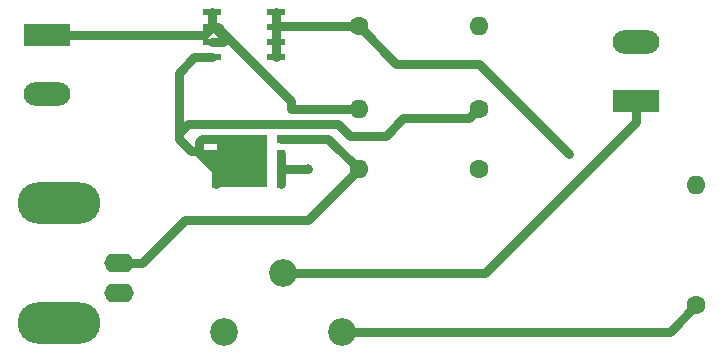
<source format=gbr>
G04 #@! TF.GenerationSoftware,KiCad,Pcbnew,5.0.2-bee76a0~70~ubuntu18.04.1*
G04 #@! TF.CreationDate,2019-02-20T20:53:16+00:00*
G04 #@! TF.ProjectId,led_driver,6c65645f-6472-4697-9665-722e6b696361,rev?*
G04 #@! TF.SameCoordinates,Original*
G04 #@! TF.FileFunction,Copper,L1,Top*
G04 #@! TF.FilePolarity,Positive*
%FSLAX46Y46*%
G04 Gerber Fmt 4.6, Leading zero omitted, Abs format (unit mm)*
G04 Created by KiCad (PCBNEW 5.0.2-bee76a0~70~ubuntu18.04.1) date Wed 20 Feb 2019 20:53:16 GMT*
%MOMM*%
%LPD*%
G01*
G04 APERTURE LIST*
G04 #@! TA.AperFunction,ComponentPad*
%ADD10O,3.960000X1.980000*%
G04 #@! TD*
G04 #@! TA.AperFunction,ComponentPad*
%ADD11R,3.960000X1.980000*%
G04 #@! TD*
G04 #@! TA.AperFunction,ComponentPad*
%ADD12O,7.000000X3.500000*%
G04 #@! TD*
G04 #@! TA.AperFunction,ComponentPad*
%ADD13O,2.500000X1.600000*%
G04 #@! TD*
G04 #@! TA.AperFunction,SMDPad,CuDef*
%ADD14R,0.800000X0.700000*%
G04 #@! TD*
G04 #@! TA.AperFunction,SMDPad,CuDef*
%ADD15R,4.290000X4.500000*%
G04 #@! TD*
G04 #@! TA.AperFunction,SMDPad,CuDef*
%ADD16R,1.550000X0.600000*%
G04 #@! TD*
G04 #@! TA.AperFunction,ComponentPad*
%ADD17O,1.600000X1.600000*%
G04 #@! TD*
G04 #@! TA.AperFunction,ComponentPad*
%ADD18C,1.600000*%
G04 #@! TD*
G04 #@! TA.AperFunction,ComponentPad*
%ADD19C,2.340000*%
G04 #@! TD*
G04 #@! TA.AperFunction,ViaPad*
%ADD20C,0.800000*%
G04 #@! TD*
G04 #@! TA.AperFunction,Conductor*
%ADD21C,0.750000*%
G04 #@! TD*
G04 APERTURE END LIST*
D10*
G04 #@! TO.P,J1,2*
G04 #@! TO.N,GND*
X167894000Y-77453500D03*
D11*
G04 #@! TO.P,J1,1*
G04 #@! TO.N,Net-(J1-Pad1)*
X167894000Y-72453500D03*
G04 #@! TD*
D12*
G04 #@! TO.P,J2,2*
G04 #@! TO.N,GND*
X168910000Y-96837500D03*
X168910000Y-86677500D03*
D13*
G04 #@! TO.P,J2,1*
G04 #@! TO.N,Net-(J2-Pad1)*
X173990000Y-91757500D03*
G04 #@! TO.P,J2,2*
G04 #@! TO.N,GND*
X173990000Y-94297500D03*
G04 #@! TD*
D11*
G04 #@! TO.P,J4,1*
G04 #@! TO.N,Net-(J4-Pad1)*
X217805000Y-78105000D03*
D10*
G04 #@! TO.P,J4,2*
G04 #@! TO.N,GND*
X217805000Y-73105000D03*
G04 #@! TD*
D14*
G04 #@! TO.P,Q1,1*
G04 #@! TO.N,GND*
X187725500Y-85095000D03*
G04 #@! TO.P,Q1,2*
X187725500Y-83825000D03*
G04 #@! TO.P,Q1,3*
X187725500Y-82545000D03*
G04 #@! TO.P,Q1,4*
G04 #@! TO.N,Net-(J2-Pad1)*
X187725500Y-81275000D03*
G04 #@! TO.P,Q1,5*
G04 #@! TO.N,Net-(Q1-Pad5)*
X182225500Y-81275000D03*
X182225500Y-82545000D03*
X182225500Y-83825000D03*
X182225500Y-85095000D03*
D15*
X184475500Y-83185000D03*
G04 #@! TD*
D16*
G04 #@! TO.P,Q2,1*
G04 #@! TO.N,Net-(J1-Pad1)*
X181894500Y-70548500D03*
G04 #@! TO.P,Q2,2*
X181894500Y-71818500D03*
G04 #@! TO.P,Q2,3*
X181894500Y-73088500D03*
G04 #@! TO.P,Q2,4*
G04 #@! TO.N,Net-(Q1-Pad5)*
X181894500Y-74358500D03*
G04 #@! TO.P,Q2,5*
G04 #@! TO.N,Net-(Q2-Pad5)*
X187294500Y-74358500D03*
G04 #@! TO.P,Q2,6*
X187294500Y-73088500D03*
G04 #@! TO.P,Q2,7*
X187294500Y-71818500D03*
G04 #@! TO.P,Q2,8*
X187294500Y-70548500D03*
G04 #@! TD*
D17*
G04 #@! TO.P,R1,2*
G04 #@! TO.N,Net-(J1-Pad1)*
X194310000Y-78740000D03*
D18*
G04 #@! TO.P,R1,1*
G04 #@! TO.N,Net-(Q1-Pad5)*
X204470000Y-78740000D03*
G04 #@! TD*
D17*
G04 #@! TO.P,R2,2*
G04 #@! TO.N,Net-(J2-Pad1)*
X194310000Y-83820000D03*
D18*
G04 #@! TO.P,R2,1*
G04 #@! TO.N,GND*
X204470000Y-83820000D03*
G04 #@! TD*
G04 #@! TO.P,R3,1*
G04 #@! TO.N,Net-(Q2-Pad5)*
X194310000Y-71755000D03*
D17*
G04 #@! TO.P,R3,2*
G04 #@! TO.N,GND*
X204470000Y-71755000D03*
G04 #@! TD*
D18*
G04 #@! TO.P,R4,1*
G04 #@! TO.N,Net-(R4-Pad1)*
X222885000Y-95377000D03*
D17*
G04 #@! TO.P,R4,2*
G04 #@! TO.N,Net-(Q2-Pad5)*
X222885000Y-85217000D03*
G04 #@! TD*
D19*
G04 #@! TO.P,RV2,3*
G04 #@! TO.N,Net-(R4-Pad1)*
X192943500Y-97599500D03*
G04 #@! TO.P,RV2,2*
G04 #@! TO.N,Net-(J4-Pad1)*
X187943500Y-92599500D03*
G04 #@! TO.P,RV2,1*
G04 #@! TO.N,Net-(RV2-Pad1)*
X182943500Y-97599500D03*
G04 #@! TD*
D20*
G04 #@! TO.N,GND*
X189992000Y-83820000D03*
G04 #@! TO.N,Net-(Q2-Pad5)*
X212090000Y-82550000D03*
G04 #@! TD*
D21*
G04 #@! TO.N,GND*
X187725500Y-83825000D02*
X187725500Y-82545000D01*
X187725500Y-83825000D02*
X187725500Y-85095000D01*
X188875500Y-83825000D02*
X188880500Y-83820000D01*
X187725500Y-83825000D02*
X188875500Y-83825000D01*
X188880500Y-83820000D02*
X189992000Y-83820000D01*
G04 #@! TO.N,Net-(J2-Pad1)*
X189992000Y-88138000D02*
X194310000Y-83820000D01*
X179609500Y-88138000D02*
X189992000Y-88138000D01*
X173990000Y-91757500D02*
X175990000Y-91757500D01*
X175990000Y-91757500D02*
X179609500Y-88138000D01*
X191765000Y-81275000D02*
X187725500Y-81275000D01*
X194310000Y-83820000D02*
X191765000Y-81275000D01*
G04 #@! TO.N,Net-(J4-Pad1)*
X189598129Y-92599500D02*
X187943500Y-92599500D01*
X205050500Y-92599500D02*
X189598129Y-92599500D01*
X217805000Y-79845000D02*
X205050500Y-92599500D01*
X217805000Y-78105000D02*
X217805000Y-79845000D01*
G04 #@! TO.N,Net-(Q1-Pad5)*
X180369500Y-74358500D02*
X179070000Y-75658000D01*
X181894500Y-74358500D02*
X180369500Y-74358500D01*
X181075500Y-82545000D02*
X180826500Y-82296000D01*
X182225500Y-82545000D02*
X181075500Y-82545000D01*
X180086000Y-82296000D02*
X179070000Y-81280000D01*
X180826500Y-82296000D02*
X180086000Y-82296000D01*
X181580500Y-83185000D02*
X184475500Y-83185000D01*
X180826500Y-82431000D02*
X181580500Y-83185000D01*
X180826500Y-82296000D02*
X180826500Y-82431000D01*
X182175500Y-83825000D02*
X182225500Y-83825000D01*
X180826500Y-82476000D02*
X182175500Y-83825000D01*
X180826500Y-82296000D02*
X180826500Y-82476000D01*
X182225500Y-83695000D02*
X182225500Y-85095000D01*
X180826500Y-82296000D02*
X182225500Y-83695000D01*
X181075500Y-81275000D02*
X182225500Y-81275000D01*
X180826500Y-81524000D02*
X181075500Y-81275000D01*
X180826500Y-82296000D02*
X180826500Y-81524000D01*
X192532000Y-80010000D02*
X179832000Y-80010000D01*
X179070000Y-80772000D02*
X179070000Y-81026000D01*
X193548000Y-81026000D02*
X192532000Y-80010000D01*
X179070000Y-81026000D02*
X179070000Y-81280000D01*
X179070000Y-75658000D02*
X179070000Y-81026000D01*
X204470000Y-78740000D02*
X203670001Y-79539999D01*
X179832000Y-80010000D02*
X179070000Y-80772000D01*
X203670001Y-79539999D02*
X198082001Y-79539999D01*
X198082001Y-79539999D02*
X196596000Y-81026000D01*
X196596000Y-81026000D02*
X193548000Y-81026000D01*
G04 #@! TO.N,Net-(Q2-Pad5)*
X212090000Y-82550000D02*
X204470000Y-74930000D01*
X197485000Y-74930000D02*
X194310000Y-71755000D01*
X204470000Y-74930000D02*
X197485000Y-74930000D01*
X187358000Y-71755000D02*
X187294500Y-71818500D01*
X194310000Y-71755000D02*
X187358000Y-71755000D01*
X187294500Y-71818500D02*
X187294500Y-70548500D01*
X187294500Y-71818500D02*
X187294500Y-73088500D01*
X187294500Y-73088500D02*
X187294500Y-73629500D01*
X187294500Y-73629500D02*
X187294500Y-74358500D01*
G04 #@! TO.N,Net-(R4-Pad1)*
X220662500Y-97599500D02*
X222885000Y-95377000D01*
X192943500Y-97599500D02*
X220662500Y-97599500D01*
G04 #@! TO.N,Net-(J1-Pad1)*
X194310000Y-78740000D02*
X188595000Y-78740000D01*
X182369500Y-71818500D02*
X181894500Y-71818500D01*
X188595000Y-78740000D02*
X188595000Y-78044000D01*
X182686000Y-72390000D02*
X181894500Y-71598500D01*
X181894500Y-71598500D02*
X181894500Y-70548500D01*
X182941000Y-72390000D02*
X182686000Y-72390000D01*
X182941000Y-72390000D02*
X182369500Y-71818500D01*
X188595000Y-78044000D02*
X182941000Y-72390000D01*
X182941000Y-72390000D02*
X182941000Y-72964000D01*
X182816500Y-73088500D02*
X181894500Y-73088500D01*
X182941000Y-72964000D02*
X182816500Y-73088500D01*
X181259500Y-72453500D02*
X181894500Y-71818500D01*
X167894000Y-72453500D02*
X181259500Y-72453500D01*
G04 #@! TD*
M02*

</source>
